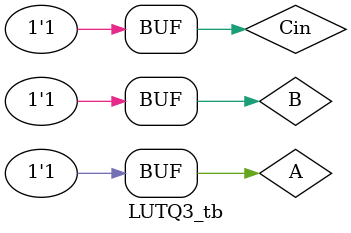
<source format=sv>
`timescale  1 ps / 1 ps

module LUTQ3_tb;
  
  logic S, Cout, O1, O2, O3, A, B, Cin;
  
  //Instanciate LUT2 module as AND, XOR and OR
  LUT2 #(.INIT(4'h8)) LUT2_AND1( .I0(A), .I1(B), .O(O1));
  LUT2 #(.INIT(4'h8)) LUT2_AND2( .I0(A), .I1(Cin), .O(O2));
  LUT2 #(.INIT(4'h8)) LUT2_AND3( .I0(B), .I1(Cin), .O(O3));
  LUT3 #(.INIT(8'h96))LUT3_XOR( .I0(A), .I1(B), .I2(Cin), .O(S));
  LUT3 #(.INIT(8'hFE)) LUT3_OR( .I0(O1), .I1(O2), .I2(O3), .O(Cout));
  
  initial
    begin
      
      //Generate waveform
      $dumpfile("fulladder.vcd");
      $dumpvars;
      
      //Create scenarios with 3 inputs
      A = 1'b0;
      B = 1'b0;
      Cin = 1'b0;
      #5;
      
      A = 1'b0;
      B = 1'b0;
      Cin = 1'b1;
      #5;

      A = 1'b0;
      B = 1'b1;
      Cin = 1'b0;
      #5;
      
      A = 1'b0;
      B = 1'b1;
      Cin = 1'b1;
      #5;

      A = 1'b1;
      B = 1'b0;
      Cin = 1'b0;
      #5;
      
      A = 1'b1;
      B = 1'b0;
      Cin = 1'b1;
      #5;

      A = 1'b1;
      B = 1'b1;
      Cin = 1'b0;
      #5;
      
      A = 1'b1;
      B = 1'b1;
      Cin = 1'b1;
      #5;
      
      end
  
    initial
    begin
      $display("                Tempo   Entradas LUTs      Saida");
      $display("                         A   B  Cin       S  Cout");
      $display("                ====   ==============  ==========");
      $monitor($time,"     %b   %b    %b        %b   %b", A, B, Cin, S, Cout);
    end
  
endmodule

</source>
